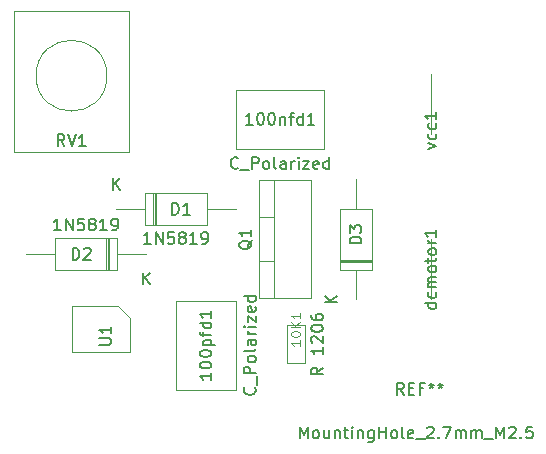
<source format=gbr>
%TF.GenerationSoftware,KiCad,Pcbnew,(5.1.9)-1*%
%TF.CreationDate,2021-03-19T20:09:11+05:30*%
%TF.ProjectId,test2,74657374-322e-46b6-9963-61645f706362,rev?*%
%TF.SameCoordinates,Original*%
%TF.FileFunction,Other,Fab,Top*%
%FSLAX46Y46*%
G04 Gerber Fmt 4.6, Leading zero omitted, Abs format (unit mm)*
G04 Created by KiCad (PCBNEW (5.1.9)-1) date 2021-03-19 20:09:11*
%MOMM*%
%LPD*%
G01*
G04 APERTURE LIST*
%ADD10C,0.100000*%
%ADD11C,0.150000*%
%ADD12C,0.120000*%
G04 APERTURE END LIST*
D10*
%TO.C,RV1*%
X99280000Y-77170000D02*
X99280000Y-89170000D01*
X109080000Y-77170000D02*
X99280000Y-77170000D01*
X109080000Y-89170000D02*
X109080000Y-77170000D01*
X99280000Y-89170000D02*
X109080000Y-89170000D01*
X107180000Y-82670000D02*
G75*
G03*
X107180000Y-82670000I-3000000J0D01*
G01*
%TO.C,vcc1*%
X134620000Y-87630000D02*
X134620000Y-82550000D01*
%TO.C,U1*%
X108155000Y-102190000D02*
X109130000Y-103165000D01*
X104230000Y-102190000D02*
X108155000Y-102190000D01*
X104230000Y-106090000D02*
X104230000Y-102190000D01*
X109130000Y-106090000D02*
X104230000Y-106090000D01*
X109130000Y-103165000D02*
X109130000Y-106090000D01*
%TO.C,Q1*%
X120040000Y-94670000D02*
X121310000Y-94670000D01*
X120040000Y-98370000D02*
X121310000Y-98370000D01*
X121310000Y-101520000D02*
X121310000Y-91520000D01*
X120040000Y-91520000D02*
X120040000Y-101520000D01*
X124440000Y-91520000D02*
X120040000Y-91520000D01*
X124440000Y-101520000D02*
X124440000Y-91520000D01*
X120040000Y-101520000D02*
X124440000Y-101520000D01*
%TO.C,dcmotor1*%
X134620000Y-96520000D02*
X134620000Y-101600000D01*
%TO.C,D3*%
X126920000Y-98440000D02*
X129620000Y-98440000D01*
X126920000Y-98240000D02*
X129620000Y-98240000D01*
X126920000Y-98340000D02*
X129620000Y-98340000D01*
X128270000Y-91440000D02*
X128270000Y-93920000D01*
X128270000Y-101600000D02*
X128270000Y-99120000D01*
X126920000Y-93920000D02*
X126920000Y-99120000D01*
X129620000Y-93920000D02*
X126920000Y-93920000D01*
X129620000Y-99120000D02*
X129620000Y-93920000D01*
X126920000Y-99120000D02*
X129620000Y-99120000D01*
%TO.C,D2*%
X107330000Y-99140000D02*
X107330000Y-96440000D01*
X107130000Y-99140000D02*
X107130000Y-96440000D01*
X107230000Y-99140000D02*
X107230000Y-96440000D01*
X100330000Y-97790000D02*
X102810000Y-97790000D01*
X110490000Y-97790000D02*
X108010000Y-97790000D01*
X102810000Y-99140000D02*
X108010000Y-99140000D01*
X102810000Y-96440000D02*
X102810000Y-99140000D01*
X108010000Y-96440000D02*
X102810000Y-96440000D01*
X108010000Y-99140000D02*
X108010000Y-96440000D01*
%TO.C,D1*%
X111110000Y-92630000D02*
X111110000Y-95330000D01*
X111310000Y-92630000D02*
X111310000Y-95330000D01*
X111210000Y-92630000D02*
X111210000Y-95330000D01*
X118110000Y-93980000D02*
X115630000Y-93980000D01*
X107950000Y-93980000D02*
X110430000Y-93980000D01*
X115630000Y-92630000D02*
X110430000Y-92630000D01*
X115630000Y-95330000D02*
X115630000Y-92630000D01*
X110430000Y-95330000D02*
X115630000Y-95330000D01*
X110430000Y-92630000D02*
X110430000Y-95330000D01*
%TO.C,10K1*%
X123990000Y-103810000D02*
X123990000Y-107010000D01*
X122390000Y-103810000D02*
X123990000Y-103810000D01*
X122390000Y-107010000D02*
X122390000Y-103810000D01*
X123990000Y-107010000D02*
X122390000Y-107010000D01*
%TO.C,100pfd1*%
X113070000Y-101740000D02*
X113070000Y-109240000D01*
X118070000Y-101740000D02*
X113070000Y-101740000D01*
X118070000Y-109240000D02*
X118070000Y-101740000D01*
X113070000Y-109240000D02*
X118070000Y-109240000D01*
%TO.C,100nfd1*%
X125590000Y-83860000D02*
X118090000Y-83860000D01*
X125590000Y-88860000D02*
X125590000Y-83860000D01*
X118090000Y-88860000D02*
X125590000Y-88860000D01*
X118090000Y-83860000D02*
X118090000Y-88860000D01*
%TD*%
%TO.C,REF\u002A\u002A*%
D11*
X123516666Y-113372380D02*
X123516666Y-112372380D01*
X123850000Y-113086666D01*
X124183333Y-112372380D01*
X124183333Y-113372380D01*
X124802380Y-113372380D02*
X124707142Y-113324761D01*
X124659523Y-113277142D01*
X124611904Y-113181904D01*
X124611904Y-112896190D01*
X124659523Y-112800952D01*
X124707142Y-112753333D01*
X124802380Y-112705714D01*
X124945238Y-112705714D01*
X125040476Y-112753333D01*
X125088095Y-112800952D01*
X125135714Y-112896190D01*
X125135714Y-113181904D01*
X125088095Y-113277142D01*
X125040476Y-113324761D01*
X124945238Y-113372380D01*
X124802380Y-113372380D01*
X125992857Y-112705714D02*
X125992857Y-113372380D01*
X125564285Y-112705714D02*
X125564285Y-113229523D01*
X125611904Y-113324761D01*
X125707142Y-113372380D01*
X125850000Y-113372380D01*
X125945238Y-113324761D01*
X125992857Y-113277142D01*
X126469047Y-112705714D02*
X126469047Y-113372380D01*
X126469047Y-112800952D02*
X126516666Y-112753333D01*
X126611904Y-112705714D01*
X126754761Y-112705714D01*
X126850000Y-112753333D01*
X126897619Y-112848571D01*
X126897619Y-113372380D01*
X127230952Y-112705714D02*
X127611904Y-112705714D01*
X127373809Y-112372380D02*
X127373809Y-113229523D01*
X127421428Y-113324761D01*
X127516666Y-113372380D01*
X127611904Y-113372380D01*
X127945238Y-113372380D02*
X127945238Y-112705714D01*
X127945238Y-112372380D02*
X127897619Y-112420000D01*
X127945238Y-112467619D01*
X127992857Y-112420000D01*
X127945238Y-112372380D01*
X127945238Y-112467619D01*
X128421428Y-112705714D02*
X128421428Y-113372380D01*
X128421428Y-112800952D02*
X128469047Y-112753333D01*
X128564285Y-112705714D01*
X128707142Y-112705714D01*
X128802380Y-112753333D01*
X128850000Y-112848571D01*
X128850000Y-113372380D01*
X129754761Y-112705714D02*
X129754761Y-113515238D01*
X129707142Y-113610476D01*
X129659523Y-113658095D01*
X129564285Y-113705714D01*
X129421428Y-113705714D01*
X129326190Y-113658095D01*
X129754761Y-113324761D02*
X129659523Y-113372380D01*
X129469047Y-113372380D01*
X129373809Y-113324761D01*
X129326190Y-113277142D01*
X129278571Y-113181904D01*
X129278571Y-112896190D01*
X129326190Y-112800952D01*
X129373809Y-112753333D01*
X129469047Y-112705714D01*
X129659523Y-112705714D01*
X129754761Y-112753333D01*
X130230952Y-113372380D02*
X130230952Y-112372380D01*
X130230952Y-112848571D02*
X130802380Y-112848571D01*
X130802380Y-113372380D02*
X130802380Y-112372380D01*
X131421428Y-113372380D02*
X131326190Y-113324761D01*
X131278571Y-113277142D01*
X131230952Y-113181904D01*
X131230952Y-112896190D01*
X131278571Y-112800952D01*
X131326190Y-112753333D01*
X131421428Y-112705714D01*
X131564285Y-112705714D01*
X131659523Y-112753333D01*
X131707142Y-112800952D01*
X131754761Y-112896190D01*
X131754761Y-113181904D01*
X131707142Y-113277142D01*
X131659523Y-113324761D01*
X131564285Y-113372380D01*
X131421428Y-113372380D01*
X132326190Y-113372380D02*
X132230952Y-113324761D01*
X132183333Y-113229523D01*
X132183333Y-112372380D01*
X133088095Y-113324761D02*
X132992857Y-113372380D01*
X132802380Y-113372380D01*
X132707142Y-113324761D01*
X132659523Y-113229523D01*
X132659523Y-112848571D01*
X132707142Y-112753333D01*
X132802380Y-112705714D01*
X132992857Y-112705714D01*
X133088095Y-112753333D01*
X133135714Y-112848571D01*
X133135714Y-112943809D01*
X132659523Y-113039047D01*
X133326190Y-113467619D02*
X134088095Y-113467619D01*
X134278571Y-112467619D02*
X134326190Y-112420000D01*
X134421428Y-112372380D01*
X134659523Y-112372380D01*
X134754761Y-112420000D01*
X134802380Y-112467619D01*
X134850000Y-112562857D01*
X134850000Y-112658095D01*
X134802380Y-112800952D01*
X134230952Y-113372380D01*
X134850000Y-113372380D01*
X135278571Y-113277142D02*
X135326190Y-113324761D01*
X135278571Y-113372380D01*
X135230952Y-113324761D01*
X135278571Y-113277142D01*
X135278571Y-113372380D01*
X135659523Y-112372380D02*
X136326190Y-112372380D01*
X135897619Y-113372380D01*
X136707142Y-113372380D02*
X136707142Y-112705714D01*
X136707142Y-112800952D02*
X136754761Y-112753333D01*
X136850000Y-112705714D01*
X136992857Y-112705714D01*
X137088095Y-112753333D01*
X137135714Y-112848571D01*
X137135714Y-113372380D01*
X137135714Y-112848571D02*
X137183333Y-112753333D01*
X137278571Y-112705714D01*
X137421428Y-112705714D01*
X137516666Y-112753333D01*
X137564285Y-112848571D01*
X137564285Y-113372380D01*
X138040476Y-113372380D02*
X138040476Y-112705714D01*
X138040476Y-112800952D02*
X138088095Y-112753333D01*
X138183333Y-112705714D01*
X138326190Y-112705714D01*
X138421428Y-112753333D01*
X138469047Y-112848571D01*
X138469047Y-113372380D01*
X138469047Y-112848571D02*
X138516666Y-112753333D01*
X138611904Y-112705714D01*
X138754761Y-112705714D01*
X138850000Y-112753333D01*
X138897619Y-112848571D01*
X138897619Y-113372380D01*
X139135714Y-113467619D02*
X139897619Y-113467619D01*
X140135714Y-113372380D02*
X140135714Y-112372380D01*
X140469047Y-113086666D01*
X140802380Y-112372380D01*
X140802380Y-113372380D01*
X141230952Y-112467619D02*
X141278571Y-112420000D01*
X141373809Y-112372380D01*
X141611904Y-112372380D01*
X141707142Y-112420000D01*
X141754761Y-112467619D01*
X141802380Y-112562857D01*
X141802380Y-112658095D01*
X141754761Y-112800952D01*
X141183333Y-113372380D01*
X141802380Y-113372380D01*
X142230952Y-113277142D02*
X142278571Y-113324761D01*
X142230952Y-113372380D01*
X142183333Y-113324761D01*
X142230952Y-113277142D01*
X142230952Y-113372380D01*
X143183333Y-112372380D02*
X142707142Y-112372380D01*
X142659523Y-112848571D01*
X142707142Y-112800952D01*
X142802380Y-112753333D01*
X143040476Y-112753333D01*
X143135714Y-112800952D01*
X143183333Y-112848571D01*
X143230952Y-112943809D01*
X143230952Y-113181904D01*
X143183333Y-113277142D01*
X143135714Y-113324761D01*
X143040476Y-113372380D01*
X142802380Y-113372380D01*
X142707142Y-113324761D01*
X142659523Y-113277142D01*
X132316666Y-109672380D02*
X131983333Y-109196190D01*
X131745238Y-109672380D02*
X131745238Y-108672380D01*
X132126190Y-108672380D01*
X132221428Y-108720000D01*
X132269047Y-108767619D01*
X132316666Y-108862857D01*
X132316666Y-109005714D01*
X132269047Y-109100952D01*
X132221428Y-109148571D01*
X132126190Y-109196190D01*
X131745238Y-109196190D01*
X132745238Y-109148571D02*
X133078571Y-109148571D01*
X133221428Y-109672380D02*
X132745238Y-109672380D01*
X132745238Y-108672380D01*
X133221428Y-108672380D01*
X133983333Y-109148571D02*
X133650000Y-109148571D01*
X133650000Y-109672380D02*
X133650000Y-108672380D01*
X134126190Y-108672380D01*
X134650000Y-108672380D02*
X134650000Y-108910476D01*
X134411904Y-108815238D02*
X134650000Y-108910476D01*
X134888095Y-108815238D01*
X134507142Y-109100952D02*
X134650000Y-108910476D01*
X134792857Y-109100952D01*
X135411904Y-108672380D02*
X135411904Y-108910476D01*
X135173809Y-108815238D02*
X135411904Y-108910476D01*
X135650000Y-108815238D01*
X135269047Y-109100952D02*
X135411904Y-108910476D01*
X135554761Y-109100952D01*
%TO.C,RV1*%
X103584761Y-88622380D02*
X103251428Y-88146190D01*
X103013333Y-88622380D02*
X103013333Y-87622380D01*
X103394285Y-87622380D01*
X103489523Y-87670000D01*
X103537142Y-87717619D01*
X103584761Y-87812857D01*
X103584761Y-87955714D01*
X103537142Y-88050952D01*
X103489523Y-88098571D01*
X103394285Y-88146190D01*
X103013333Y-88146190D01*
X103870476Y-87622380D02*
X104203809Y-88622380D01*
X104537142Y-87622380D01*
X105394285Y-88622380D02*
X104822857Y-88622380D01*
X105108571Y-88622380D02*
X105108571Y-87622380D01*
X105013333Y-87765238D01*
X104918095Y-87860476D01*
X104822857Y-87908095D01*
%TO.C,vcc1*%
X134405714Y-88856427D02*
X135072380Y-88618332D01*
X134405714Y-88380237D01*
X135024761Y-87570713D02*
X135072380Y-87665951D01*
X135072380Y-87856427D01*
X135024761Y-87951665D01*
X134977142Y-87999284D01*
X134881904Y-88046903D01*
X134596190Y-88046903D01*
X134500952Y-87999284D01*
X134453333Y-87951665D01*
X134405714Y-87856427D01*
X134405714Y-87665951D01*
X134453333Y-87570713D01*
X135024761Y-86713570D02*
X135072380Y-86808808D01*
X135072380Y-86999284D01*
X135024761Y-87094522D01*
X134977142Y-87142141D01*
X134881904Y-87189760D01*
X134596190Y-87189760D01*
X134500952Y-87142141D01*
X134453333Y-87094522D01*
X134405714Y-86999284D01*
X134405714Y-86808808D01*
X134453333Y-86713570D01*
X135072380Y-85761189D02*
X135072380Y-86332618D01*
X135072380Y-86046903D02*
X134072380Y-86046903D01*
X134215238Y-86142141D01*
X134310476Y-86237379D01*
X134358095Y-86332618D01*
%TO.C,U1*%
X106538334Y-105451665D02*
X107331667Y-105451665D01*
X107425001Y-105404999D01*
X107471667Y-105358332D01*
X107518334Y-105264999D01*
X107518334Y-105078332D01*
X107471667Y-104984999D01*
X107425001Y-104938332D01*
X107331667Y-104891665D01*
X106538334Y-104891665D01*
X107518334Y-103911665D02*
X107518334Y-104471665D01*
X107518334Y-104191665D02*
X106538334Y-104191665D01*
X106678334Y-104284999D01*
X106771667Y-104378332D01*
X106818334Y-104471665D01*
%TO.C,Q1*%
X119467619Y-96615238D02*
X119420000Y-96710476D01*
X119324761Y-96805714D01*
X119181904Y-96948571D01*
X119134285Y-97043809D01*
X119134285Y-97139047D01*
X119372380Y-97091428D02*
X119324761Y-97186666D01*
X119229523Y-97281904D01*
X119039047Y-97329523D01*
X118705714Y-97329523D01*
X118515238Y-97281904D01*
X118420000Y-97186666D01*
X118372380Y-97091428D01*
X118372380Y-96900952D01*
X118420000Y-96805714D01*
X118515238Y-96710476D01*
X118705714Y-96662857D01*
X119039047Y-96662857D01*
X119229523Y-96710476D01*
X119324761Y-96805714D01*
X119372380Y-96900952D01*
X119372380Y-97091428D01*
X119372380Y-95710476D02*
X119372380Y-96281904D01*
X119372380Y-95996190D02*
X118372380Y-95996190D01*
X118515238Y-96091428D01*
X118610476Y-96186666D01*
X118658095Y-96281904D01*
%TO.C,dcmotor1*%
X135072380Y-101917142D02*
X134072380Y-101917142D01*
X135024761Y-101917142D02*
X135072380Y-102012380D01*
X135072380Y-102202857D01*
X135024761Y-102298095D01*
X134977142Y-102345714D01*
X134881904Y-102393333D01*
X134596190Y-102393333D01*
X134500952Y-102345714D01*
X134453333Y-102298095D01*
X134405714Y-102202857D01*
X134405714Y-102012380D01*
X134453333Y-101917142D01*
X135024761Y-101012380D02*
X135072380Y-101107619D01*
X135072380Y-101298095D01*
X135024761Y-101393333D01*
X134977142Y-101440952D01*
X134881904Y-101488571D01*
X134596190Y-101488571D01*
X134500952Y-101440952D01*
X134453333Y-101393333D01*
X134405714Y-101298095D01*
X134405714Y-101107619D01*
X134453333Y-101012380D01*
X135072380Y-100583809D02*
X134405714Y-100583809D01*
X134500952Y-100583809D02*
X134453333Y-100536190D01*
X134405714Y-100440952D01*
X134405714Y-100298095D01*
X134453333Y-100202857D01*
X134548571Y-100155238D01*
X135072380Y-100155238D01*
X134548571Y-100155238D02*
X134453333Y-100107619D01*
X134405714Y-100012380D01*
X134405714Y-99869523D01*
X134453333Y-99774285D01*
X134548571Y-99726666D01*
X135072380Y-99726666D01*
X135072380Y-99107619D02*
X135024761Y-99202857D01*
X134977142Y-99250476D01*
X134881904Y-99298095D01*
X134596190Y-99298095D01*
X134500952Y-99250476D01*
X134453333Y-99202857D01*
X134405714Y-99107619D01*
X134405714Y-98964761D01*
X134453333Y-98869523D01*
X134500952Y-98821904D01*
X134596190Y-98774285D01*
X134881904Y-98774285D01*
X134977142Y-98821904D01*
X135024761Y-98869523D01*
X135072380Y-98964761D01*
X135072380Y-99107619D01*
X134405714Y-98488571D02*
X134405714Y-98107619D01*
X134072380Y-98345714D02*
X134929523Y-98345714D01*
X135024761Y-98298095D01*
X135072380Y-98202857D01*
X135072380Y-98107619D01*
X135072380Y-97631428D02*
X135024761Y-97726666D01*
X134977142Y-97774285D01*
X134881904Y-97821904D01*
X134596190Y-97821904D01*
X134500952Y-97774285D01*
X134453333Y-97726666D01*
X134405714Y-97631428D01*
X134405714Y-97488571D01*
X134453333Y-97393333D01*
X134500952Y-97345714D01*
X134596190Y-97298095D01*
X134881904Y-97298095D01*
X134977142Y-97345714D01*
X135024761Y-97393333D01*
X135072380Y-97488571D01*
X135072380Y-97631428D01*
X135072380Y-96869523D02*
X134405714Y-96869523D01*
X134596190Y-96869523D02*
X134500952Y-96821904D01*
X134453333Y-96774285D01*
X134405714Y-96679047D01*
X134405714Y-96583809D01*
X135072380Y-95726666D02*
X135072380Y-96298095D01*
X135072380Y-96012380D02*
X134072380Y-96012380D01*
X134215238Y-96107619D01*
X134310476Y-96202857D01*
X134358095Y-96298095D01*
%TO.C,D3*%
X126622380Y-101861904D02*
X125622380Y-101861904D01*
X126622380Y-101290476D02*
X126050952Y-101719047D01*
X125622380Y-101290476D02*
X126193809Y-101861904D01*
X128722380Y-96868095D02*
X127722380Y-96868095D01*
X127722380Y-96630000D01*
X127770000Y-96487142D01*
X127865238Y-96391904D01*
X127960476Y-96344285D01*
X128150952Y-96296666D01*
X128293809Y-96296666D01*
X128484285Y-96344285D01*
X128579523Y-96391904D01*
X128674761Y-96487142D01*
X128722380Y-96630000D01*
X128722380Y-96868095D01*
X127722380Y-95963333D02*
X127722380Y-95344285D01*
X128103333Y-95677619D01*
X128103333Y-95534761D01*
X128150952Y-95439523D01*
X128198571Y-95391904D01*
X128293809Y-95344285D01*
X128531904Y-95344285D01*
X128627142Y-95391904D01*
X128674761Y-95439523D01*
X128722380Y-95534761D01*
X128722380Y-95820476D01*
X128674761Y-95915714D01*
X128627142Y-95963333D01*
%TO.C,D2*%
X103267142Y-95772380D02*
X102695714Y-95772380D01*
X102981428Y-95772380D02*
X102981428Y-94772380D01*
X102886190Y-94915238D01*
X102790952Y-95010476D01*
X102695714Y-95058095D01*
X103695714Y-95772380D02*
X103695714Y-94772380D01*
X104267142Y-95772380D01*
X104267142Y-94772380D01*
X105219523Y-94772380D02*
X104743333Y-94772380D01*
X104695714Y-95248571D01*
X104743333Y-95200952D01*
X104838571Y-95153333D01*
X105076666Y-95153333D01*
X105171904Y-95200952D01*
X105219523Y-95248571D01*
X105267142Y-95343809D01*
X105267142Y-95581904D01*
X105219523Y-95677142D01*
X105171904Y-95724761D01*
X105076666Y-95772380D01*
X104838571Y-95772380D01*
X104743333Y-95724761D01*
X104695714Y-95677142D01*
X105838571Y-95200952D02*
X105743333Y-95153333D01*
X105695714Y-95105714D01*
X105648095Y-95010476D01*
X105648095Y-94962857D01*
X105695714Y-94867619D01*
X105743333Y-94820000D01*
X105838571Y-94772380D01*
X106029047Y-94772380D01*
X106124285Y-94820000D01*
X106171904Y-94867619D01*
X106219523Y-94962857D01*
X106219523Y-95010476D01*
X106171904Y-95105714D01*
X106124285Y-95153333D01*
X106029047Y-95200952D01*
X105838571Y-95200952D01*
X105743333Y-95248571D01*
X105695714Y-95296190D01*
X105648095Y-95391428D01*
X105648095Y-95581904D01*
X105695714Y-95677142D01*
X105743333Y-95724761D01*
X105838571Y-95772380D01*
X106029047Y-95772380D01*
X106124285Y-95724761D01*
X106171904Y-95677142D01*
X106219523Y-95581904D01*
X106219523Y-95391428D01*
X106171904Y-95296190D01*
X106124285Y-95248571D01*
X106029047Y-95200952D01*
X107171904Y-95772380D02*
X106600476Y-95772380D01*
X106886190Y-95772380D02*
X106886190Y-94772380D01*
X106790952Y-94915238D01*
X106695714Y-95010476D01*
X106600476Y-95058095D01*
X107648095Y-95772380D02*
X107838571Y-95772380D01*
X107933809Y-95724761D01*
X107981428Y-95677142D01*
X108076666Y-95534285D01*
X108124285Y-95343809D01*
X108124285Y-94962857D01*
X108076666Y-94867619D01*
X108029047Y-94820000D01*
X107933809Y-94772380D01*
X107743333Y-94772380D01*
X107648095Y-94820000D01*
X107600476Y-94867619D01*
X107552857Y-94962857D01*
X107552857Y-95200952D01*
X107600476Y-95296190D01*
X107648095Y-95343809D01*
X107743333Y-95391428D01*
X107933809Y-95391428D01*
X108029047Y-95343809D01*
X108076666Y-95296190D01*
X108124285Y-95200952D01*
X110228095Y-100342380D02*
X110228095Y-99342380D01*
X110799523Y-100342380D02*
X110370952Y-99770952D01*
X110799523Y-99342380D02*
X110228095Y-99913809D01*
X104281904Y-98242380D02*
X104281904Y-97242380D01*
X104520000Y-97242380D01*
X104662857Y-97290000D01*
X104758095Y-97385238D01*
X104805714Y-97480476D01*
X104853333Y-97670952D01*
X104853333Y-97813809D01*
X104805714Y-98004285D01*
X104758095Y-98099523D01*
X104662857Y-98194761D01*
X104520000Y-98242380D01*
X104281904Y-98242380D01*
X105234285Y-97337619D02*
X105281904Y-97290000D01*
X105377142Y-97242380D01*
X105615238Y-97242380D01*
X105710476Y-97290000D01*
X105758095Y-97337619D01*
X105805714Y-97432857D01*
X105805714Y-97528095D01*
X105758095Y-97670952D01*
X105186666Y-98242380D01*
X105805714Y-98242380D01*
%TO.C,D1*%
X110887142Y-96902380D02*
X110315714Y-96902380D01*
X110601428Y-96902380D02*
X110601428Y-95902380D01*
X110506190Y-96045238D01*
X110410952Y-96140476D01*
X110315714Y-96188095D01*
X111315714Y-96902380D02*
X111315714Y-95902380D01*
X111887142Y-96902380D01*
X111887142Y-95902380D01*
X112839523Y-95902380D02*
X112363333Y-95902380D01*
X112315714Y-96378571D01*
X112363333Y-96330952D01*
X112458571Y-96283333D01*
X112696666Y-96283333D01*
X112791904Y-96330952D01*
X112839523Y-96378571D01*
X112887142Y-96473809D01*
X112887142Y-96711904D01*
X112839523Y-96807142D01*
X112791904Y-96854761D01*
X112696666Y-96902380D01*
X112458571Y-96902380D01*
X112363333Y-96854761D01*
X112315714Y-96807142D01*
X113458571Y-96330952D02*
X113363333Y-96283333D01*
X113315714Y-96235714D01*
X113268095Y-96140476D01*
X113268095Y-96092857D01*
X113315714Y-95997619D01*
X113363333Y-95950000D01*
X113458571Y-95902380D01*
X113649047Y-95902380D01*
X113744285Y-95950000D01*
X113791904Y-95997619D01*
X113839523Y-96092857D01*
X113839523Y-96140476D01*
X113791904Y-96235714D01*
X113744285Y-96283333D01*
X113649047Y-96330952D01*
X113458571Y-96330952D01*
X113363333Y-96378571D01*
X113315714Y-96426190D01*
X113268095Y-96521428D01*
X113268095Y-96711904D01*
X113315714Y-96807142D01*
X113363333Y-96854761D01*
X113458571Y-96902380D01*
X113649047Y-96902380D01*
X113744285Y-96854761D01*
X113791904Y-96807142D01*
X113839523Y-96711904D01*
X113839523Y-96521428D01*
X113791904Y-96426190D01*
X113744285Y-96378571D01*
X113649047Y-96330952D01*
X114791904Y-96902380D02*
X114220476Y-96902380D01*
X114506190Y-96902380D02*
X114506190Y-95902380D01*
X114410952Y-96045238D01*
X114315714Y-96140476D01*
X114220476Y-96188095D01*
X115268095Y-96902380D02*
X115458571Y-96902380D01*
X115553809Y-96854761D01*
X115601428Y-96807142D01*
X115696666Y-96664285D01*
X115744285Y-96473809D01*
X115744285Y-96092857D01*
X115696666Y-95997619D01*
X115649047Y-95950000D01*
X115553809Y-95902380D01*
X115363333Y-95902380D01*
X115268095Y-95950000D01*
X115220476Y-95997619D01*
X115172857Y-96092857D01*
X115172857Y-96330952D01*
X115220476Y-96426190D01*
X115268095Y-96473809D01*
X115363333Y-96521428D01*
X115553809Y-96521428D01*
X115649047Y-96473809D01*
X115696666Y-96426190D01*
X115744285Y-96330952D01*
X107688095Y-92332380D02*
X107688095Y-91332380D01*
X108259523Y-92332380D02*
X107830952Y-91760952D01*
X108259523Y-91332380D02*
X107688095Y-91903809D01*
X112681904Y-94432380D02*
X112681904Y-93432380D01*
X112920000Y-93432380D01*
X113062857Y-93480000D01*
X113158095Y-93575238D01*
X113205714Y-93670476D01*
X113253333Y-93860952D01*
X113253333Y-94003809D01*
X113205714Y-94194285D01*
X113158095Y-94289523D01*
X113062857Y-94384761D01*
X112920000Y-94432380D01*
X112681904Y-94432380D01*
X114205714Y-94432380D02*
X113634285Y-94432380D01*
X113920000Y-94432380D02*
X113920000Y-93432380D01*
X113824761Y-93575238D01*
X113729523Y-93670476D01*
X113634285Y-93718095D01*
%TO.C,10K1*%
X125462380Y-107386190D02*
X124986190Y-107719523D01*
X125462380Y-107957619D02*
X124462380Y-107957619D01*
X124462380Y-107576666D01*
X124510000Y-107481428D01*
X124557619Y-107433809D01*
X124652857Y-107386190D01*
X124795714Y-107386190D01*
X124890952Y-107433809D01*
X124938571Y-107481428D01*
X124986190Y-107576666D01*
X124986190Y-107957619D01*
X125462380Y-105671904D02*
X125462380Y-106243333D01*
X125462380Y-105957619D02*
X124462380Y-105957619D01*
X124605238Y-106052857D01*
X124700476Y-106148095D01*
X124748095Y-106243333D01*
X124557619Y-105290952D02*
X124510000Y-105243333D01*
X124462380Y-105148095D01*
X124462380Y-104910000D01*
X124510000Y-104814761D01*
X124557619Y-104767142D01*
X124652857Y-104719523D01*
X124748095Y-104719523D01*
X124890952Y-104767142D01*
X125462380Y-105338571D01*
X125462380Y-104719523D01*
X124462380Y-104100476D02*
X124462380Y-104005238D01*
X124510000Y-103910000D01*
X124557619Y-103862380D01*
X124652857Y-103814761D01*
X124843333Y-103767142D01*
X125081428Y-103767142D01*
X125271904Y-103814761D01*
X125367142Y-103862380D01*
X125414761Y-103910000D01*
X125462380Y-104005238D01*
X125462380Y-104100476D01*
X125414761Y-104195714D01*
X125367142Y-104243333D01*
X125271904Y-104290952D01*
X125081428Y-104338571D01*
X124843333Y-104338571D01*
X124652857Y-104290952D01*
X124557619Y-104243333D01*
X124510000Y-104195714D01*
X124462380Y-104100476D01*
X124462380Y-102910000D02*
X124462380Y-103100476D01*
X124510000Y-103195714D01*
X124557619Y-103243333D01*
X124700476Y-103338571D01*
X124890952Y-103386190D01*
X125271904Y-103386190D01*
X125367142Y-103338571D01*
X125414761Y-103290952D01*
X125462380Y-103195714D01*
X125462380Y-103005238D01*
X125414761Y-102910000D01*
X125367142Y-102862380D01*
X125271904Y-102814761D01*
X125033809Y-102814761D01*
X124938571Y-102862380D01*
X124890952Y-102910000D01*
X124843333Y-103005238D01*
X124843333Y-103195714D01*
X124890952Y-103290952D01*
X124938571Y-103338571D01*
X125033809Y-103386190D01*
D12*
X123551904Y-105073333D02*
X123551904Y-105530476D01*
X123551904Y-105301904D02*
X122751904Y-105301904D01*
X122866190Y-105378095D01*
X122942380Y-105454285D01*
X122980476Y-105530476D01*
X122751904Y-104578095D02*
X122751904Y-104501904D01*
X122790000Y-104425714D01*
X122828095Y-104387619D01*
X122904285Y-104349523D01*
X123056666Y-104311428D01*
X123247142Y-104311428D01*
X123399523Y-104349523D01*
X123475714Y-104387619D01*
X123513809Y-104425714D01*
X123551904Y-104501904D01*
X123551904Y-104578095D01*
X123513809Y-104654285D01*
X123475714Y-104692380D01*
X123399523Y-104730476D01*
X123247142Y-104768571D01*
X123056666Y-104768571D01*
X122904285Y-104730476D01*
X122828095Y-104692380D01*
X122790000Y-104654285D01*
X122751904Y-104578095D01*
X123551904Y-103968571D02*
X122751904Y-103968571D01*
X123551904Y-103511428D02*
X123094761Y-103854285D01*
X122751904Y-103511428D02*
X123209047Y-103968571D01*
X123551904Y-102749523D02*
X123551904Y-103206666D01*
X123551904Y-102978095D02*
X122751904Y-102978095D01*
X122866190Y-103054285D01*
X122942380Y-103130476D01*
X122980476Y-103206666D01*
%TO.C,100pfd1*%
D11*
X119677142Y-109061428D02*
X119724761Y-109109047D01*
X119772380Y-109251904D01*
X119772380Y-109347142D01*
X119724761Y-109490000D01*
X119629523Y-109585238D01*
X119534285Y-109632857D01*
X119343809Y-109680476D01*
X119200952Y-109680476D01*
X119010476Y-109632857D01*
X118915238Y-109585238D01*
X118820000Y-109490000D01*
X118772380Y-109347142D01*
X118772380Y-109251904D01*
X118820000Y-109109047D01*
X118867619Y-109061428D01*
X119867619Y-108870952D02*
X119867619Y-108109047D01*
X119772380Y-107870952D02*
X118772380Y-107870952D01*
X118772380Y-107490000D01*
X118820000Y-107394761D01*
X118867619Y-107347142D01*
X118962857Y-107299523D01*
X119105714Y-107299523D01*
X119200952Y-107347142D01*
X119248571Y-107394761D01*
X119296190Y-107490000D01*
X119296190Y-107870952D01*
X119772380Y-106728095D02*
X119724761Y-106823333D01*
X119677142Y-106870952D01*
X119581904Y-106918571D01*
X119296190Y-106918571D01*
X119200952Y-106870952D01*
X119153333Y-106823333D01*
X119105714Y-106728095D01*
X119105714Y-106585238D01*
X119153333Y-106490000D01*
X119200952Y-106442380D01*
X119296190Y-106394761D01*
X119581904Y-106394761D01*
X119677142Y-106442380D01*
X119724761Y-106490000D01*
X119772380Y-106585238D01*
X119772380Y-106728095D01*
X119772380Y-105823333D02*
X119724761Y-105918571D01*
X119629523Y-105966190D01*
X118772380Y-105966190D01*
X119772380Y-105013809D02*
X119248571Y-105013809D01*
X119153333Y-105061428D01*
X119105714Y-105156666D01*
X119105714Y-105347142D01*
X119153333Y-105442380D01*
X119724761Y-105013809D02*
X119772380Y-105109047D01*
X119772380Y-105347142D01*
X119724761Y-105442380D01*
X119629523Y-105490000D01*
X119534285Y-105490000D01*
X119439047Y-105442380D01*
X119391428Y-105347142D01*
X119391428Y-105109047D01*
X119343809Y-105013809D01*
X119772380Y-104537619D02*
X119105714Y-104537619D01*
X119296190Y-104537619D02*
X119200952Y-104490000D01*
X119153333Y-104442380D01*
X119105714Y-104347142D01*
X119105714Y-104251904D01*
X119772380Y-103918571D02*
X119105714Y-103918571D01*
X118772380Y-103918571D02*
X118820000Y-103966190D01*
X118867619Y-103918571D01*
X118820000Y-103870952D01*
X118772380Y-103918571D01*
X118867619Y-103918571D01*
X119105714Y-103537619D02*
X119105714Y-103013809D01*
X119772380Y-103537619D01*
X119772380Y-103013809D01*
X119724761Y-102251904D02*
X119772380Y-102347142D01*
X119772380Y-102537619D01*
X119724761Y-102632857D01*
X119629523Y-102680476D01*
X119248571Y-102680476D01*
X119153333Y-102632857D01*
X119105714Y-102537619D01*
X119105714Y-102347142D01*
X119153333Y-102251904D01*
X119248571Y-102204285D01*
X119343809Y-102204285D01*
X119439047Y-102680476D01*
X119772380Y-101347142D02*
X118772380Y-101347142D01*
X119724761Y-101347142D02*
X119772380Y-101442380D01*
X119772380Y-101632857D01*
X119724761Y-101728095D01*
X119677142Y-101775714D01*
X119581904Y-101823333D01*
X119296190Y-101823333D01*
X119200952Y-101775714D01*
X119153333Y-101728095D01*
X119105714Y-101632857D01*
X119105714Y-101442380D01*
X119153333Y-101347142D01*
X116022380Y-107823333D02*
X116022380Y-108394761D01*
X116022380Y-108109047D02*
X115022380Y-108109047D01*
X115165238Y-108204285D01*
X115260476Y-108299523D01*
X115308095Y-108394761D01*
X115022380Y-107204285D02*
X115022380Y-107109047D01*
X115070000Y-107013809D01*
X115117619Y-106966190D01*
X115212857Y-106918571D01*
X115403333Y-106870952D01*
X115641428Y-106870952D01*
X115831904Y-106918571D01*
X115927142Y-106966190D01*
X115974761Y-107013809D01*
X116022380Y-107109047D01*
X116022380Y-107204285D01*
X115974761Y-107299523D01*
X115927142Y-107347142D01*
X115831904Y-107394761D01*
X115641428Y-107442380D01*
X115403333Y-107442380D01*
X115212857Y-107394761D01*
X115117619Y-107347142D01*
X115070000Y-107299523D01*
X115022380Y-107204285D01*
X115022380Y-106251904D02*
X115022380Y-106156666D01*
X115070000Y-106061428D01*
X115117619Y-106013809D01*
X115212857Y-105966190D01*
X115403333Y-105918571D01*
X115641428Y-105918571D01*
X115831904Y-105966190D01*
X115927142Y-106013809D01*
X115974761Y-106061428D01*
X116022380Y-106156666D01*
X116022380Y-106251904D01*
X115974761Y-106347142D01*
X115927142Y-106394761D01*
X115831904Y-106442380D01*
X115641428Y-106490000D01*
X115403333Y-106490000D01*
X115212857Y-106442380D01*
X115117619Y-106394761D01*
X115070000Y-106347142D01*
X115022380Y-106251904D01*
X115355714Y-105490000D02*
X116355714Y-105490000D01*
X115403333Y-105490000D02*
X115355714Y-105394761D01*
X115355714Y-105204285D01*
X115403333Y-105109047D01*
X115450952Y-105061428D01*
X115546190Y-105013809D01*
X115831904Y-105013809D01*
X115927142Y-105061428D01*
X115974761Y-105109047D01*
X116022380Y-105204285D01*
X116022380Y-105394761D01*
X115974761Y-105490000D01*
X115355714Y-104728095D02*
X115355714Y-104347142D01*
X116022380Y-104585238D02*
X115165238Y-104585238D01*
X115070000Y-104537619D01*
X115022380Y-104442380D01*
X115022380Y-104347142D01*
X116022380Y-103585238D02*
X115022380Y-103585238D01*
X115974761Y-103585238D02*
X116022380Y-103680476D01*
X116022380Y-103870952D01*
X115974761Y-103966190D01*
X115927142Y-104013809D01*
X115831904Y-104061428D01*
X115546190Y-104061428D01*
X115450952Y-104013809D01*
X115403333Y-103966190D01*
X115355714Y-103870952D01*
X115355714Y-103680476D01*
X115403333Y-103585238D01*
X116022380Y-102585238D02*
X116022380Y-103156666D01*
X116022380Y-102870952D02*
X115022380Y-102870952D01*
X115165238Y-102966190D01*
X115260476Y-103061428D01*
X115308095Y-103156666D01*
%TO.C,100nfd1*%
X118268571Y-90467142D02*
X118220952Y-90514761D01*
X118078095Y-90562380D01*
X117982857Y-90562380D01*
X117840000Y-90514761D01*
X117744761Y-90419523D01*
X117697142Y-90324285D01*
X117649523Y-90133809D01*
X117649523Y-89990952D01*
X117697142Y-89800476D01*
X117744761Y-89705238D01*
X117840000Y-89610000D01*
X117982857Y-89562380D01*
X118078095Y-89562380D01*
X118220952Y-89610000D01*
X118268571Y-89657619D01*
X118459047Y-90657619D02*
X119220952Y-90657619D01*
X119459047Y-90562380D02*
X119459047Y-89562380D01*
X119840000Y-89562380D01*
X119935238Y-89610000D01*
X119982857Y-89657619D01*
X120030476Y-89752857D01*
X120030476Y-89895714D01*
X119982857Y-89990952D01*
X119935238Y-90038571D01*
X119840000Y-90086190D01*
X119459047Y-90086190D01*
X120601904Y-90562380D02*
X120506666Y-90514761D01*
X120459047Y-90467142D01*
X120411428Y-90371904D01*
X120411428Y-90086190D01*
X120459047Y-89990952D01*
X120506666Y-89943333D01*
X120601904Y-89895714D01*
X120744761Y-89895714D01*
X120840000Y-89943333D01*
X120887619Y-89990952D01*
X120935238Y-90086190D01*
X120935238Y-90371904D01*
X120887619Y-90467142D01*
X120840000Y-90514761D01*
X120744761Y-90562380D01*
X120601904Y-90562380D01*
X121506666Y-90562380D02*
X121411428Y-90514761D01*
X121363809Y-90419523D01*
X121363809Y-89562380D01*
X122316190Y-90562380D02*
X122316190Y-90038571D01*
X122268571Y-89943333D01*
X122173333Y-89895714D01*
X121982857Y-89895714D01*
X121887619Y-89943333D01*
X122316190Y-90514761D02*
X122220952Y-90562380D01*
X121982857Y-90562380D01*
X121887619Y-90514761D01*
X121840000Y-90419523D01*
X121840000Y-90324285D01*
X121887619Y-90229047D01*
X121982857Y-90181428D01*
X122220952Y-90181428D01*
X122316190Y-90133809D01*
X122792380Y-90562380D02*
X122792380Y-89895714D01*
X122792380Y-90086190D02*
X122839999Y-89990952D01*
X122887619Y-89943333D01*
X122982857Y-89895714D01*
X123078095Y-89895714D01*
X123411428Y-90562380D02*
X123411428Y-89895714D01*
X123411428Y-89562380D02*
X123363809Y-89610000D01*
X123411428Y-89657619D01*
X123459047Y-89610000D01*
X123411428Y-89562380D01*
X123411428Y-89657619D01*
X123792380Y-89895714D02*
X124316190Y-89895714D01*
X123792380Y-90562380D01*
X124316190Y-90562380D01*
X125078095Y-90514761D02*
X124982857Y-90562380D01*
X124792380Y-90562380D01*
X124697142Y-90514761D01*
X124649523Y-90419523D01*
X124649523Y-90038571D01*
X124697142Y-89943333D01*
X124792380Y-89895714D01*
X124982857Y-89895714D01*
X125078095Y-89943333D01*
X125125714Y-90038571D01*
X125125714Y-90133809D01*
X124649523Y-90229047D01*
X125982857Y-90562380D02*
X125982857Y-89562380D01*
X125982857Y-90514761D02*
X125887619Y-90562380D01*
X125697142Y-90562380D01*
X125601904Y-90514761D01*
X125554285Y-90467142D01*
X125506666Y-90371904D01*
X125506666Y-90086190D01*
X125554285Y-89990952D01*
X125601904Y-89943333D01*
X125697142Y-89895714D01*
X125887619Y-89895714D01*
X125982857Y-89943333D01*
X119506666Y-86812380D02*
X118935238Y-86812380D01*
X119220952Y-86812380D02*
X119220952Y-85812380D01*
X119125714Y-85955238D01*
X119030476Y-86050476D01*
X118935238Y-86098095D01*
X120125714Y-85812380D02*
X120220952Y-85812380D01*
X120316190Y-85860000D01*
X120363809Y-85907619D01*
X120411428Y-86002857D01*
X120459047Y-86193333D01*
X120459047Y-86431428D01*
X120411428Y-86621904D01*
X120363809Y-86717142D01*
X120316190Y-86764761D01*
X120220952Y-86812380D01*
X120125714Y-86812380D01*
X120030476Y-86764761D01*
X119982857Y-86717142D01*
X119935238Y-86621904D01*
X119887619Y-86431428D01*
X119887619Y-86193333D01*
X119935238Y-86002857D01*
X119982857Y-85907619D01*
X120030476Y-85860000D01*
X120125714Y-85812380D01*
X121078095Y-85812380D02*
X121173333Y-85812380D01*
X121268571Y-85860000D01*
X121316190Y-85907619D01*
X121363809Y-86002857D01*
X121411428Y-86193333D01*
X121411428Y-86431428D01*
X121363809Y-86621904D01*
X121316190Y-86717142D01*
X121268571Y-86764761D01*
X121173333Y-86812380D01*
X121078095Y-86812380D01*
X120982857Y-86764761D01*
X120935238Y-86717142D01*
X120887619Y-86621904D01*
X120840000Y-86431428D01*
X120840000Y-86193333D01*
X120887619Y-86002857D01*
X120935238Y-85907619D01*
X120982857Y-85860000D01*
X121078095Y-85812380D01*
X121840000Y-86145714D02*
X121840000Y-86812380D01*
X121840000Y-86240952D02*
X121887619Y-86193333D01*
X121982857Y-86145714D01*
X122125714Y-86145714D01*
X122220952Y-86193333D01*
X122268571Y-86288571D01*
X122268571Y-86812380D01*
X122601904Y-86145714D02*
X122982857Y-86145714D01*
X122744761Y-86812380D02*
X122744761Y-85955238D01*
X122792380Y-85860000D01*
X122887619Y-85812380D01*
X122982857Y-85812380D01*
X123744761Y-86812380D02*
X123744761Y-85812380D01*
X123744761Y-86764761D02*
X123649523Y-86812380D01*
X123459047Y-86812380D01*
X123363809Y-86764761D01*
X123316190Y-86717142D01*
X123268571Y-86621904D01*
X123268571Y-86336190D01*
X123316190Y-86240952D01*
X123363809Y-86193333D01*
X123459047Y-86145714D01*
X123649523Y-86145714D01*
X123744761Y-86193333D01*
X124744761Y-86812380D02*
X124173333Y-86812380D01*
X124459047Y-86812380D02*
X124459047Y-85812380D01*
X124363809Y-85955238D01*
X124268571Y-86050476D01*
X124173333Y-86098095D01*
%TD*%
M02*

</source>
